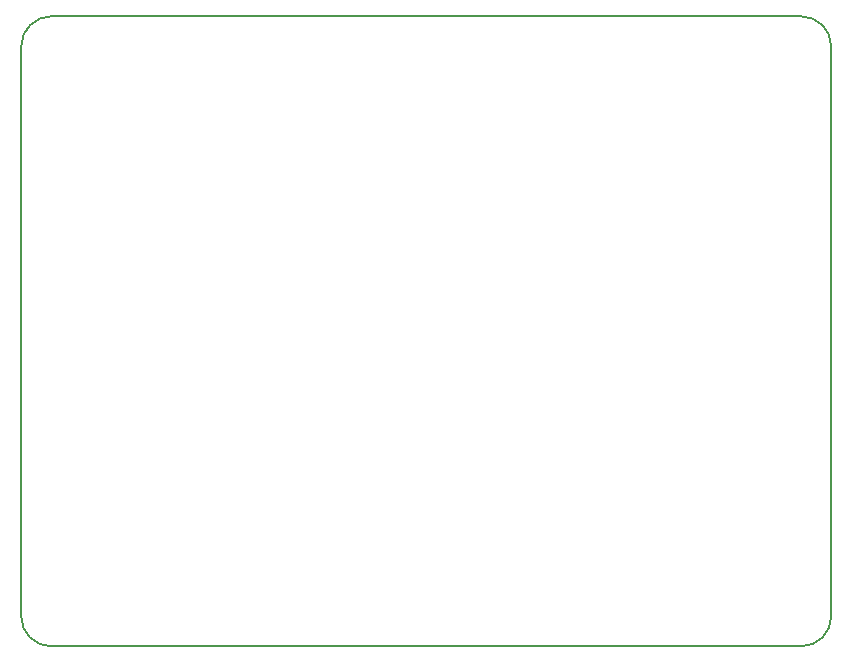
<source format=gko>
G04 DipTrace 3.1.0.0*
G04 ArduinoUnoHOBO.gko*
%MOIN*%
G04 #@! TF.FileFunction,Profile*
G04 #@! TF.Part,Single*
%ADD11C,0.006*%
%FSLAX26Y26*%
G04*
G70*
G90*
G75*
G01*
G04 BoardOutline*
%LPD*%
X494000Y394000D2*
D11*
X2994000D1*
G03X3094000Y494000I2J99998D01*
G01*
Y2394000D1*
G03X2994000Y2494000I-99998J2D01*
G01*
X494000D1*
G03X394000Y2394000I-2J-99998D01*
G01*
Y494000D1*
G03X494000Y394000I99998J-2D01*
G01*
M02*

</source>
